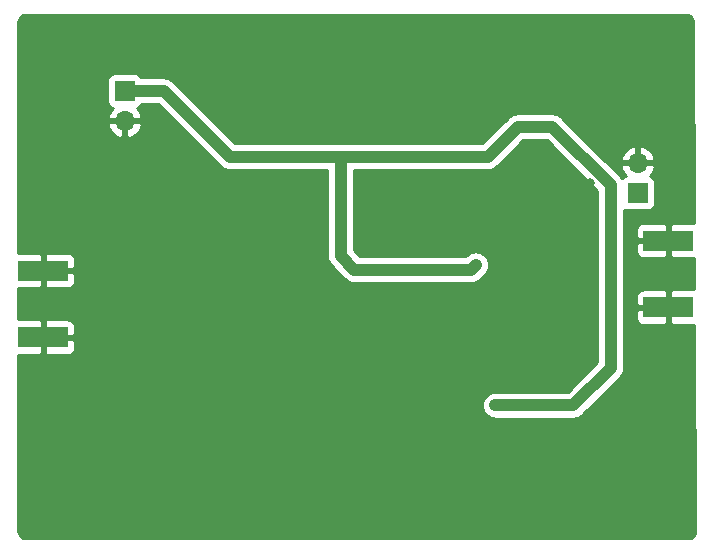
<source format=gbr>
%TF.GenerationSoftware,KiCad,Pcbnew,(5.1.9)-1*%
%TF.CreationDate,2021-02-11T15:57:47-05:00*%
%TF.ProjectId,DemodulatorCircuit,44656d6f-6475-46c6-9174-6f7243697263,rev?*%
%TF.SameCoordinates,Original*%
%TF.FileFunction,Copper,L2,Bot*%
%TF.FilePolarity,Positive*%
%FSLAX46Y46*%
G04 Gerber Fmt 4.6, Leading zero omitted, Abs format (unit mm)*
G04 Created by KiCad (PCBNEW (5.1.9)-1) date 2021-02-11 15:57:47*
%MOMM*%
%LPD*%
G01*
G04 APERTURE LIST*
%TA.AperFunction,SMDPad,CuDef*%
%ADD10R,4.200000X1.750000*%
%TD*%
%TA.AperFunction,ComponentPad*%
%ADD11O,1.700000X1.700000*%
%TD*%
%TA.AperFunction,ComponentPad*%
%ADD12R,1.700000X1.700000*%
%TD*%
%TA.AperFunction,ViaPad*%
%ADD13C,0.800000*%
%TD*%
%TA.AperFunction,Conductor*%
%ADD14C,1.000000*%
%TD*%
%TA.AperFunction,Conductor*%
%ADD15C,0.254000*%
%TD*%
%TA.AperFunction,Conductor*%
%ADD16C,0.100000*%
%TD*%
G04 APERTURE END LIST*
D10*
%TO.P,J3,3_2*%
%TO.N,GND*%
X88700000Y-45181000D03*
%TO.P,J3,2_2*%
X88700000Y-50831000D03*
%TD*%
%TO.P,J1,3_2*%
%TO.N,GND*%
X35760000Y-53371000D03*
%TO.P,J1,2_2*%
X35760000Y-47721000D03*
%TD*%
D11*
%TO.P,Jout1,2*%
%TO.N,GND*%
X86106000Y-38608000D03*
D12*
%TO.P,Jout1,1*%
%TO.N,/AudioSignalOut*%
X86106000Y-41148000D03*
%TD*%
D11*
%TO.P,J2,2*%
%TO.N,GND*%
X42672000Y-35052000D03*
D12*
%TO.P,J2,1*%
%TO.N,+5V*%
X42672000Y-32512000D03*
%TD*%
D13*
%TO.N,GND*%
X71374000Y-46228000D03*
X68834000Y-43180000D03*
X66802000Y-43180000D03*
X64262000Y-43180000D03*
X45593000Y-45656500D03*
X44513500Y-46672500D03*
X43053000Y-48387000D03*
X65786000Y-45021500D03*
X79502000Y-40195500D03*
X82042000Y-40322500D03*
X58737500Y-40703500D03*
X79057500Y-51816000D03*
X74295000Y-51689000D03*
X73787000Y-50165000D03*
X35468550Y-28374999D03*
X35468550Y-32374999D03*
X35468550Y-36374999D03*
X35468550Y-40374999D03*
X35468550Y-44374999D03*
X35468550Y-56374999D03*
X35468550Y-60374999D03*
X35468550Y-64374999D03*
X35468550Y-68374999D03*
X37468550Y-30374999D03*
X37468550Y-34374999D03*
X37468550Y-38374999D03*
X37468550Y-42374999D03*
X37468550Y-58374999D03*
X37468550Y-62374999D03*
X37468550Y-66374999D03*
X38468550Y-69374999D03*
X39468550Y-28374999D03*
X39468550Y-32374999D03*
X39468550Y-36374999D03*
X39468550Y-40374999D03*
X39468550Y-44374999D03*
X39468550Y-48374999D03*
X39468550Y-52374999D03*
X39468550Y-56374999D03*
X39468550Y-60374999D03*
X39468550Y-64374999D03*
X40468550Y-67374999D03*
X41468550Y-38374999D03*
X41468550Y-42374999D03*
X41468550Y-46374999D03*
X41468550Y-54374999D03*
X41468550Y-58374999D03*
X41468550Y-62374999D03*
X42468550Y-29374999D03*
X42468550Y-65374999D03*
X42468550Y-69374999D03*
X43468550Y-40374999D03*
X43468550Y-44374999D03*
X43468550Y-56374999D03*
X43468550Y-60374999D03*
X44468550Y-37374999D03*
X44468550Y-63374999D03*
X44468550Y-67374999D03*
X45468550Y-28374999D03*
X45468550Y-42374999D03*
X45468550Y-58374999D03*
X46468550Y-39374999D03*
X46468550Y-61374999D03*
X46468550Y-65374999D03*
X46468550Y-69374999D03*
X47468550Y-44374999D03*
X47468550Y-50374999D03*
X47468550Y-56374999D03*
X48468550Y-41374999D03*
X48468550Y-59374999D03*
X48468550Y-63374999D03*
X48468550Y-67374999D03*
X49468550Y-52374999D03*
X50468550Y-28374999D03*
X50468550Y-43374999D03*
X50468550Y-57374999D03*
X50468550Y-61374999D03*
X50468550Y-65374999D03*
X50468550Y-69374999D03*
X52468550Y-30374999D03*
X52468550Y-41374999D03*
X52468550Y-45374999D03*
X52468550Y-51374999D03*
X52468550Y-59374999D03*
X52468550Y-63374999D03*
X52468550Y-67374999D03*
X53468550Y-56374999D03*
X54468550Y-28374999D03*
X54468550Y-32374999D03*
X54468550Y-43374999D03*
X54468550Y-61374999D03*
X54468550Y-65374999D03*
X54468550Y-69374999D03*
X55468550Y-40374999D03*
X55468550Y-58374999D03*
X56468550Y-45374999D03*
X56468550Y-55374999D03*
X56468550Y-63374999D03*
X56468550Y-67374999D03*
X57468550Y-29374999D03*
X57468550Y-60374999D03*
X58468550Y-43374999D03*
X58468550Y-47374999D03*
X58468550Y-53374999D03*
X58468550Y-57374999D03*
X58468550Y-65374999D03*
X58468550Y-69374999D03*
X59468550Y-62374999D03*
X60468550Y-28374999D03*
X60468550Y-59374999D03*
X60468550Y-67374999D03*
X61468550Y-31374999D03*
X61468550Y-56374999D03*
X61468550Y-64374999D03*
X62468550Y-52374999D03*
X62468550Y-61374999D03*
X62468550Y-69374999D03*
X63468550Y-45374999D03*
X63468550Y-58374999D03*
X63468550Y-66374999D03*
X64468550Y-54374999D03*
X64468550Y-63374999D03*
X65468550Y-60374999D03*
X65468550Y-68374999D03*
X66468550Y-31374999D03*
X66468550Y-35374999D03*
X66468550Y-40374999D03*
X66468550Y-56374999D03*
X66468550Y-65374999D03*
X67468550Y-51374999D03*
X67468550Y-62374999D03*
X68468550Y-54374999D03*
X68468550Y-58374999D03*
X68468550Y-67374999D03*
X69468550Y-64374999D03*
X70468550Y-31374999D03*
X70468550Y-56374999D03*
X70468550Y-60374999D03*
X70468550Y-69374999D03*
X71468550Y-34374999D03*
X71468550Y-66374999D03*
X73468550Y-40374999D03*
X73468550Y-68374999D03*
X76468550Y-28374999D03*
X76468550Y-66374999D03*
X77468550Y-31374999D03*
X77468550Y-40374999D03*
X77468550Y-69374999D03*
X79468550Y-29374999D03*
X79468550Y-33374999D03*
X79468550Y-45374999D03*
X80468550Y-68374999D03*
X81468550Y-31374999D03*
X82468550Y-28374999D03*
X82468550Y-34374999D03*
X82468550Y-63374999D03*
X83468550Y-66374999D03*
X84468550Y-30374999D03*
X84468550Y-36374999D03*
X84468550Y-69374999D03*
X85468550Y-33374999D03*
X85468550Y-62374999D03*
X86468550Y-28374999D03*
X86468550Y-53374999D03*
X86468550Y-65374999D03*
X87468550Y-31374999D03*
X87468550Y-35374999D03*
X87468550Y-56374999D03*
X87468550Y-68374999D03*
X88468550Y-38374999D03*
X88468550Y-59374999D03*
X88468550Y-63374999D03*
X89468550Y-29374999D03*
X89468550Y-33374999D03*
X89468550Y-41374999D03*
X89468550Y-54374999D03*
X89468550Y-66374999D03*
%TO.N,+5V*%
X75946000Y-35560000D03*
X60960000Y-38100000D03*
X74041000Y-59118500D03*
X72390000Y-47244000D03*
%TD*%
D14*
%TO.N,+5V*%
X42672000Y-32512000D02*
X45974000Y-32512000D01*
X51562000Y-38100000D02*
X54800500Y-38100000D01*
X45974000Y-32512000D02*
X51562000Y-38100000D01*
X73406000Y-38100000D02*
X75946000Y-35560000D01*
X60960000Y-38100000D02*
X73406000Y-38100000D01*
X62121999Y-47643999D02*
X71990001Y-47643999D01*
X71990001Y-47643999D02*
X72390000Y-47244000D01*
X60960000Y-46482000D02*
X62121999Y-47643999D01*
X60960000Y-46482000D02*
X60960000Y-38100000D01*
X54800500Y-38100000D02*
X60960000Y-38100000D01*
X80645000Y-59118500D02*
X74041000Y-59118500D01*
X83820000Y-55943500D02*
X80645000Y-59118500D01*
X83820000Y-40513000D02*
X83820000Y-55943500D01*
X78867000Y-35560000D02*
X83820000Y-40513000D01*
X75946000Y-35560000D02*
X78867000Y-35560000D01*
%TD*%
D15*
%TO.N,GND*%
X90287869Y-26074722D02*
X90401246Y-26108953D01*
X90505819Y-26164555D01*
X90597596Y-26239407D01*
X90673091Y-26330664D01*
X90729419Y-26434844D01*
X90764440Y-26547976D01*
X90780114Y-26697107D01*
X90855119Y-43673357D01*
X90800000Y-43667928D01*
X88985750Y-43671000D01*
X88827000Y-43829750D01*
X88827000Y-45054000D01*
X88847000Y-45054000D01*
X88847000Y-45308000D01*
X88827000Y-45308000D01*
X88827000Y-46532250D01*
X88985750Y-46691000D01*
X90800000Y-46694072D01*
X90868436Y-46687332D01*
X90880093Y-49325816D01*
X90800000Y-49317928D01*
X88985750Y-49321000D01*
X88827000Y-49479750D01*
X88827000Y-50704000D01*
X88847000Y-50704000D01*
X88847000Y-50958000D01*
X88827000Y-50958000D01*
X88827000Y-52182250D01*
X88985750Y-52341000D01*
X90800000Y-52344072D01*
X90893388Y-52334874D01*
X90970358Y-69755673D01*
X90955778Y-69904369D01*
X90921547Y-70017746D01*
X90865946Y-70122317D01*
X90791094Y-70214095D01*
X90699835Y-70289591D01*
X90595660Y-70345919D01*
X90482524Y-70380940D01*
X90334479Y-70396500D01*
X34322279Y-70396500D01*
X34172131Y-70381778D01*
X34058754Y-70347547D01*
X33954183Y-70291946D01*
X33862405Y-70217094D01*
X33786909Y-70125835D01*
X33730581Y-70021660D01*
X33695560Y-69908524D01*
X33680000Y-69760479D01*
X33680000Y-54884038D01*
X35474250Y-54881000D01*
X35633000Y-54722250D01*
X35633000Y-53498000D01*
X35887000Y-53498000D01*
X35887000Y-54722250D01*
X36045750Y-54881000D01*
X37860000Y-54884072D01*
X37984482Y-54871812D01*
X38104180Y-54835502D01*
X38214494Y-54776537D01*
X38311185Y-54697185D01*
X38390537Y-54600494D01*
X38449502Y-54490180D01*
X38485812Y-54370482D01*
X38498072Y-54246000D01*
X38495000Y-53656750D01*
X38336250Y-53498000D01*
X35887000Y-53498000D01*
X35633000Y-53498000D01*
X35613000Y-53498000D01*
X35613000Y-53244000D01*
X35633000Y-53244000D01*
X35633000Y-52019750D01*
X35887000Y-52019750D01*
X35887000Y-53244000D01*
X38336250Y-53244000D01*
X38495000Y-53085250D01*
X38498072Y-52496000D01*
X38485812Y-52371518D01*
X38449502Y-52251820D01*
X38390537Y-52141506D01*
X38311185Y-52044815D01*
X38214494Y-51965463D01*
X38104180Y-51906498D01*
X37984482Y-51870188D01*
X37860000Y-51857928D01*
X36045750Y-51861000D01*
X35887000Y-52019750D01*
X35633000Y-52019750D01*
X35474250Y-51861000D01*
X33680000Y-51857962D01*
X33680000Y-49234038D01*
X35474250Y-49231000D01*
X35633000Y-49072250D01*
X35633000Y-47848000D01*
X35887000Y-47848000D01*
X35887000Y-49072250D01*
X36045750Y-49231000D01*
X37860000Y-49234072D01*
X37984482Y-49221812D01*
X38104180Y-49185502D01*
X38214494Y-49126537D01*
X38311185Y-49047185D01*
X38390537Y-48950494D01*
X38449502Y-48840180D01*
X38485812Y-48720482D01*
X38498072Y-48596000D01*
X38495000Y-48006750D01*
X38336250Y-47848000D01*
X35887000Y-47848000D01*
X35633000Y-47848000D01*
X35613000Y-47848000D01*
X35613000Y-47594000D01*
X35633000Y-47594000D01*
X35633000Y-46369750D01*
X35887000Y-46369750D01*
X35887000Y-47594000D01*
X38336250Y-47594000D01*
X38495000Y-47435250D01*
X38498072Y-46846000D01*
X38485812Y-46721518D01*
X38449502Y-46601820D01*
X38390537Y-46491506D01*
X38311185Y-46394815D01*
X38214494Y-46315463D01*
X38104180Y-46256498D01*
X37984482Y-46220188D01*
X37860000Y-46207928D01*
X36045750Y-46211000D01*
X35887000Y-46369750D01*
X35633000Y-46369750D01*
X35474250Y-46211000D01*
X33680000Y-46207962D01*
X33680000Y-35408890D01*
X41230524Y-35408890D01*
X41275175Y-35556099D01*
X41400359Y-35818920D01*
X41574412Y-36052269D01*
X41790645Y-36247178D01*
X42040748Y-36396157D01*
X42315109Y-36493481D01*
X42545000Y-36372814D01*
X42545000Y-35179000D01*
X42799000Y-35179000D01*
X42799000Y-36372814D01*
X43028891Y-36493481D01*
X43303252Y-36396157D01*
X43553355Y-36247178D01*
X43769588Y-36052269D01*
X43943641Y-35818920D01*
X44068825Y-35556099D01*
X44113476Y-35408890D01*
X43992155Y-35179000D01*
X42799000Y-35179000D01*
X42545000Y-35179000D01*
X41351845Y-35179000D01*
X41230524Y-35408890D01*
X33680000Y-35408890D01*
X33680000Y-31662000D01*
X41183928Y-31662000D01*
X41183928Y-33362000D01*
X41196188Y-33486482D01*
X41232498Y-33606180D01*
X41291463Y-33716494D01*
X41370815Y-33813185D01*
X41467506Y-33892537D01*
X41577820Y-33951502D01*
X41658466Y-33975966D01*
X41574412Y-34051731D01*
X41400359Y-34285080D01*
X41275175Y-34547901D01*
X41230524Y-34695110D01*
X41351845Y-34925000D01*
X42545000Y-34925000D01*
X42545000Y-34905000D01*
X42799000Y-34905000D01*
X42799000Y-34925000D01*
X43992155Y-34925000D01*
X44113476Y-34695110D01*
X44068825Y-34547901D01*
X43943641Y-34285080D01*
X43769588Y-34051731D01*
X43685534Y-33975966D01*
X43766180Y-33951502D01*
X43876494Y-33892537D01*
X43973185Y-33813185D01*
X44052537Y-33716494D01*
X44089683Y-33647000D01*
X45503869Y-33647000D01*
X50720009Y-38863141D01*
X50755551Y-38906449D01*
X50928377Y-39048284D01*
X51125553Y-39153676D01*
X51339501Y-39218577D01*
X51506248Y-39235000D01*
X51506257Y-39235000D01*
X51561999Y-39240490D01*
X51617741Y-39235000D01*
X59825001Y-39235000D01*
X59825000Y-46426248D01*
X59819509Y-46482000D01*
X59825000Y-46537751D01*
X59841423Y-46704498D01*
X59906324Y-46918446D01*
X60011716Y-47115623D01*
X60153551Y-47288449D01*
X60196864Y-47323996D01*
X61280007Y-48407139D01*
X61315550Y-48450448D01*
X61488375Y-48592282D01*
X61488376Y-48592283D01*
X61685552Y-48697675D01*
X61899500Y-48762576D01*
X62121999Y-48784490D01*
X62177751Y-48778999D01*
X71934250Y-48778999D01*
X71990001Y-48784490D01*
X72045752Y-48778999D01*
X72045753Y-48778999D01*
X72212500Y-48762576D01*
X72426448Y-48697675D01*
X72623624Y-48592283D01*
X72796450Y-48450448D01*
X72831997Y-48407134D01*
X73231988Y-48007143D01*
X73338283Y-47877622D01*
X73443676Y-47680446D01*
X73508577Y-47466499D01*
X73530491Y-47244001D01*
X73508577Y-47021502D01*
X73443676Y-46807554D01*
X73338283Y-46610378D01*
X73196448Y-46437552D01*
X73023622Y-46295717D01*
X72826446Y-46190324D01*
X72612498Y-46125423D01*
X72389999Y-46103509D01*
X72167501Y-46125423D01*
X71953554Y-46190324D01*
X71756378Y-46295717D01*
X71626857Y-46402012D01*
X71519870Y-46508999D01*
X62592131Y-46508999D01*
X62095000Y-46011869D01*
X62095000Y-39235000D01*
X73350249Y-39235000D01*
X73406000Y-39240491D01*
X73461751Y-39235000D01*
X73461752Y-39235000D01*
X73628499Y-39218577D01*
X73842447Y-39153676D01*
X74039623Y-39048284D01*
X74212449Y-38906449D01*
X74247996Y-38863135D01*
X76416132Y-36695000D01*
X78396869Y-36695000D01*
X82685000Y-40983132D01*
X82685001Y-55473367D01*
X80174869Y-57983500D01*
X73985248Y-57983500D01*
X73818501Y-57999923D01*
X73604553Y-58064824D01*
X73407377Y-58170216D01*
X73234551Y-58312051D01*
X73092716Y-58484877D01*
X72987324Y-58682053D01*
X72922423Y-58896001D01*
X72900509Y-59118500D01*
X72922423Y-59340999D01*
X72987324Y-59554947D01*
X73092716Y-59752123D01*
X73234551Y-59924949D01*
X73407377Y-60066784D01*
X73604553Y-60172176D01*
X73818501Y-60237077D01*
X73985248Y-60253500D01*
X80589249Y-60253500D01*
X80645000Y-60258991D01*
X80700751Y-60253500D01*
X80700752Y-60253500D01*
X80867499Y-60237077D01*
X81081447Y-60172176D01*
X81278623Y-60066784D01*
X81451449Y-59924949D01*
X81486996Y-59881635D01*
X84583141Y-56785491D01*
X84626449Y-56749949D01*
X84768284Y-56577123D01*
X84873676Y-56379947D01*
X84938577Y-56165999D01*
X84955000Y-55999252D01*
X84960491Y-55943501D01*
X84955000Y-55887749D01*
X84955000Y-51706000D01*
X85961928Y-51706000D01*
X85974188Y-51830482D01*
X86010498Y-51950180D01*
X86069463Y-52060494D01*
X86148815Y-52157185D01*
X86245506Y-52236537D01*
X86355820Y-52295502D01*
X86475518Y-52331812D01*
X86600000Y-52344072D01*
X88414250Y-52341000D01*
X88573000Y-52182250D01*
X88573000Y-50958000D01*
X86123750Y-50958000D01*
X85965000Y-51116750D01*
X85961928Y-51706000D01*
X84955000Y-51706000D01*
X84955000Y-49956000D01*
X85961928Y-49956000D01*
X85965000Y-50545250D01*
X86123750Y-50704000D01*
X88573000Y-50704000D01*
X88573000Y-49479750D01*
X88414250Y-49321000D01*
X86600000Y-49317928D01*
X86475518Y-49330188D01*
X86355820Y-49366498D01*
X86245506Y-49425463D01*
X86148815Y-49504815D01*
X86069463Y-49601506D01*
X86010498Y-49711820D01*
X85974188Y-49831518D01*
X85961928Y-49956000D01*
X84955000Y-49956000D01*
X84955000Y-46056000D01*
X85961928Y-46056000D01*
X85974188Y-46180482D01*
X86010498Y-46300180D01*
X86069463Y-46410494D01*
X86148815Y-46507185D01*
X86245506Y-46586537D01*
X86355820Y-46645502D01*
X86475518Y-46681812D01*
X86600000Y-46694072D01*
X88414250Y-46691000D01*
X88573000Y-46532250D01*
X88573000Y-45308000D01*
X86123750Y-45308000D01*
X85965000Y-45466750D01*
X85961928Y-46056000D01*
X84955000Y-46056000D01*
X84955000Y-44306000D01*
X85961928Y-44306000D01*
X85965000Y-44895250D01*
X86123750Y-45054000D01*
X88573000Y-45054000D01*
X88573000Y-43829750D01*
X88414250Y-43671000D01*
X86600000Y-43667928D01*
X86475518Y-43680188D01*
X86355820Y-43716498D01*
X86245506Y-43775463D01*
X86148815Y-43854815D01*
X86069463Y-43951506D01*
X86010498Y-44061820D01*
X85974188Y-44181518D01*
X85961928Y-44306000D01*
X84955000Y-44306000D01*
X84955000Y-42557131D01*
X85011820Y-42587502D01*
X85131518Y-42623812D01*
X85256000Y-42636072D01*
X86956000Y-42636072D01*
X87080482Y-42623812D01*
X87200180Y-42587502D01*
X87310494Y-42528537D01*
X87407185Y-42449185D01*
X87486537Y-42352494D01*
X87545502Y-42242180D01*
X87581812Y-42122482D01*
X87594072Y-41998000D01*
X87594072Y-40298000D01*
X87581812Y-40173518D01*
X87545502Y-40053820D01*
X87486537Y-39943506D01*
X87407185Y-39846815D01*
X87310494Y-39767463D01*
X87200180Y-39708498D01*
X87119534Y-39684034D01*
X87203588Y-39608269D01*
X87377641Y-39374920D01*
X87502825Y-39112099D01*
X87547476Y-38964890D01*
X87426155Y-38735000D01*
X86233000Y-38735000D01*
X86233000Y-38755000D01*
X85979000Y-38755000D01*
X85979000Y-38735000D01*
X84785845Y-38735000D01*
X84664524Y-38964890D01*
X84709175Y-39112099D01*
X84834359Y-39374920D01*
X85008412Y-39608269D01*
X85092466Y-39684034D01*
X85011820Y-39708498D01*
X84901506Y-39767463D01*
X84804815Y-39846815D01*
X84772152Y-39886615D01*
X84768284Y-39879377D01*
X84676438Y-39767463D01*
X84626449Y-39706551D01*
X84583141Y-39671009D01*
X83163242Y-38251110D01*
X84664524Y-38251110D01*
X84785845Y-38481000D01*
X85979000Y-38481000D01*
X85979000Y-37287186D01*
X86233000Y-37287186D01*
X86233000Y-38481000D01*
X87426155Y-38481000D01*
X87547476Y-38251110D01*
X87502825Y-38103901D01*
X87377641Y-37841080D01*
X87203588Y-37607731D01*
X86987355Y-37412822D01*
X86737252Y-37263843D01*
X86462891Y-37166519D01*
X86233000Y-37287186D01*
X85979000Y-37287186D01*
X85749109Y-37166519D01*
X85474748Y-37263843D01*
X85224645Y-37412822D01*
X85008412Y-37607731D01*
X84834359Y-37841080D01*
X84709175Y-38103901D01*
X84664524Y-38251110D01*
X83163242Y-38251110D01*
X79708996Y-34796865D01*
X79673449Y-34753551D01*
X79500623Y-34611716D01*
X79303447Y-34506324D01*
X79089499Y-34441423D01*
X78922752Y-34425000D01*
X78922751Y-34425000D01*
X78867000Y-34419509D01*
X78811249Y-34425000D01*
X76001741Y-34425000D01*
X75945999Y-34419510D01*
X75890257Y-34425000D01*
X75890248Y-34425000D01*
X75723501Y-34441423D01*
X75509553Y-34506324D01*
X75312377Y-34611716D01*
X75139551Y-34753551D01*
X75104009Y-34796859D01*
X72935869Y-36965000D01*
X61015752Y-36965000D01*
X60960000Y-36959509D01*
X60904249Y-36965000D01*
X52032132Y-36965000D01*
X46815996Y-31748865D01*
X46780449Y-31705551D01*
X46607623Y-31563716D01*
X46410447Y-31458324D01*
X46196499Y-31393423D01*
X46029752Y-31377000D01*
X46029751Y-31377000D01*
X45974000Y-31371509D01*
X45918249Y-31377000D01*
X44089683Y-31377000D01*
X44052537Y-31307506D01*
X43973185Y-31210815D01*
X43876494Y-31131463D01*
X43766180Y-31072498D01*
X43646482Y-31036188D01*
X43522000Y-31023928D01*
X41822000Y-31023928D01*
X41697518Y-31036188D01*
X41577820Y-31072498D01*
X41467506Y-31131463D01*
X41370815Y-31210815D01*
X41291463Y-31307506D01*
X41232498Y-31417820D01*
X41196188Y-31537518D01*
X41183928Y-31662000D01*
X33680000Y-31662000D01*
X33680000Y-26702279D01*
X33694722Y-26552131D01*
X33728953Y-26438754D01*
X33784555Y-26334181D01*
X33859407Y-26242404D01*
X33950664Y-26166909D01*
X34054844Y-26110581D01*
X34167976Y-26075560D01*
X34316022Y-26060000D01*
X90137721Y-26060000D01*
X90287869Y-26074722D01*
%TA.AperFunction,Conductor*%
D16*
G36*
X90287869Y-26074722D02*
G01*
X90401246Y-26108953D01*
X90505819Y-26164555D01*
X90597596Y-26239407D01*
X90673091Y-26330664D01*
X90729419Y-26434844D01*
X90764440Y-26547976D01*
X90780114Y-26697107D01*
X90855119Y-43673357D01*
X90800000Y-43667928D01*
X88985750Y-43671000D01*
X88827000Y-43829750D01*
X88827000Y-45054000D01*
X88847000Y-45054000D01*
X88847000Y-45308000D01*
X88827000Y-45308000D01*
X88827000Y-46532250D01*
X88985750Y-46691000D01*
X90800000Y-46694072D01*
X90868436Y-46687332D01*
X90880093Y-49325816D01*
X90800000Y-49317928D01*
X88985750Y-49321000D01*
X88827000Y-49479750D01*
X88827000Y-50704000D01*
X88847000Y-50704000D01*
X88847000Y-50958000D01*
X88827000Y-50958000D01*
X88827000Y-52182250D01*
X88985750Y-52341000D01*
X90800000Y-52344072D01*
X90893388Y-52334874D01*
X90970358Y-69755673D01*
X90955778Y-69904369D01*
X90921547Y-70017746D01*
X90865946Y-70122317D01*
X90791094Y-70214095D01*
X90699835Y-70289591D01*
X90595660Y-70345919D01*
X90482524Y-70380940D01*
X90334479Y-70396500D01*
X34322279Y-70396500D01*
X34172131Y-70381778D01*
X34058754Y-70347547D01*
X33954183Y-70291946D01*
X33862405Y-70217094D01*
X33786909Y-70125835D01*
X33730581Y-70021660D01*
X33695560Y-69908524D01*
X33680000Y-69760479D01*
X33680000Y-54884038D01*
X35474250Y-54881000D01*
X35633000Y-54722250D01*
X35633000Y-53498000D01*
X35887000Y-53498000D01*
X35887000Y-54722250D01*
X36045750Y-54881000D01*
X37860000Y-54884072D01*
X37984482Y-54871812D01*
X38104180Y-54835502D01*
X38214494Y-54776537D01*
X38311185Y-54697185D01*
X38390537Y-54600494D01*
X38449502Y-54490180D01*
X38485812Y-54370482D01*
X38498072Y-54246000D01*
X38495000Y-53656750D01*
X38336250Y-53498000D01*
X35887000Y-53498000D01*
X35633000Y-53498000D01*
X35613000Y-53498000D01*
X35613000Y-53244000D01*
X35633000Y-53244000D01*
X35633000Y-52019750D01*
X35887000Y-52019750D01*
X35887000Y-53244000D01*
X38336250Y-53244000D01*
X38495000Y-53085250D01*
X38498072Y-52496000D01*
X38485812Y-52371518D01*
X38449502Y-52251820D01*
X38390537Y-52141506D01*
X38311185Y-52044815D01*
X38214494Y-51965463D01*
X38104180Y-51906498D01*
X37984482Y-51870188D01*
X37860000Y-51857928D01*
X36045750Y-51861000D01*
X35887000Y-52019750D01*
X35633000Y-52019750D01*
X35474250Y-51861000D01*
X33680000Y-51857962D01*
X33680000Y-49234038D01*
X35474250Y-49231000D01*
X35633000Y-49072250D01*
X35633000Y-47848000D01*
X35887000Y-47848000D01*
X35887000Y-49072250D01*
X36045750Y-49231000D01*
X37860000Y-49234072D01*
X37984482Y-49221812D01*
X38104180Y-49185502D01*
X38214494Y-49126537D01*
X38311185Y-49047185D01*
X38390537Y-48950494D01*
X38449502Y-48840180D01*
X38485812Y-48720482D01*
X38498072Y-48596000D01*
X38495000Y-48006750D01*
X38336250Y-47848000D01*
X35887000Y-47848000D01*
X35633000Y-47848000D01*
X35613000Y-47848000D01*
X35613000Y-47594000D01*
X35633000Y-47594000D01*
X35633000Y-46369750D01*
X35887000Y-46369750D01*
X35887000Y-47594000D01*
X38336250Y-47594000D01*
X38495000Y-47435250D01*
X38498072Y-46846000D01*
X38485812Y-46721518D01*
X38449502Y-46601820D01*
X38390537Y-46491506D01*
X38311185Y-46394815D01*
X38214494Y-46315463D01*
X38104180Y-46256498D01*
X37984482Y-46220188D01*
X37860000Y-46207928D01*
X36045750Y-46211000D01*
X35887000Y-46369750D01*
X35633000Y-46369750D01*
X35474250Y-46211000D01*
X33680000Y-46207962D01*
X33680000Y-35408890D01*
X41230524Y-35408890D01*
X41275175Y-35556099D01*
X41400359Y-35818920D01*
X41574412Y-36052269D01*
X41790645Y-36247178D01*
X42040748Y-36396157D01*
X42315109Y-36493481D01*
X42545000Y-36372814D01*
X42545000Y-35179000D01*
X42799000Y-35179000D01*
X42799000Y-36372814D01*
X43028891Y-36493481D01*
X43303252Y-36396157D01*
X43553355Y-36247178D01*
X43769588Y-36052269D01*
X43943641Y-35818920D01*
X44068825Y-35556099D01*
X44113476Y-35408890D01*
X43992155Y-35179000D01*
X42799000Y-35179000D01*
X42545000Y-35179000D01*
X41351845Y-35179000D01*
X41230524Y-35408890D01*
X33680000Y-35408890D01*
X33680000Y-31662000D01*
X41183928Y-31662000D01*
X41183928Y-33362000D01*
X41196188Y-33486482D01*
X41232498Y-33606180D01*
X41291463Y-33716494D01*
X41370815Y-33813185D01*
X41467506Y-33892537D01*
X41577820Y-33951502D01*
X41658466Y-33975966D01*
X41574412Y-34051731D01*
X41400359Y-34285080D01*
X41275175Y-34547901D01*
X41230524Y-34695110D01*
X41351845Y-34925000D01*
X42545000Y-34925000D01*
X42545000Y-34905000D01*
X42799000Y-34905000D01*
X42799000Y-34925000D01*
X43992155Y-34925000D01*
X44113476Y-34695110D01*
X44068825Y-34547901D01*
X43943641Y-34285080D01*
X43769588Y-34051731D01*
X43685534Y-33975966D01*
X43766180Y-33951502D01*
X43876494Y-33892537D01*
X43973185Y-33813185D01*
X44052537Y-33716494D01*
X44089683Y-33647000D01*
X45503869Y-33647000D01*
X50720009Y-38863141D01*
X50755551Y-38906449D01*
X50928377Y-39048284D01*
X51125553Y-39153676D01*
X51339501Y-39218577D01*
X51506248Y-39235000D01*
X51506257Y-39235000D01*
X51561999Y-39240490D01*
X51617741Y-39235000D01*
X59825001Y-39235000D01*
X59825000Y-46426248D01*
X59819509Y-46482000D01*
X59825000Y-46537751D01*
X59841423Y-46704498D01*
X59906324Y-46918446D01*
X60011716Y-47115623D01*
X60153551Y-47288449D01*
X60196864Y-47323996D01*
X61280007Y-48407139D01*
X61315550Y-48450448D01*
X61488375Y-48592282D01*
X61488376Y-48592283D01*
X61685552Y-48697675D01*
X61899500Y-48762576D01*
X62121999Y-48784490D01*
X62177751Y-48778999D01*
X71934250Y-48778999D01*
X71990001Y-48784490D01*
X72045752Y-48778999D01*
X72045753Y-48778999D01*
X72212500Y-48762576D01*
X72426448Y-48697675D01*
X72623624Y-48592283D01*
X72796450Y-48450448D01*
X72831997Y-48407134D01*
X73231988Y-48007143D01*
X73338283Y-47877622D01*
X73443676Y-47680446D01*
X73508577Y-47466499D01*
X73530491Y-47244001D01*
X73508577Y-47021502D01*
X73443676Y-46807554D01*
X73338283Y-46610378D01*
X73196448Y-46437552D01*
X73023622Y-46295717D01*
X72826446Y-46190324D01*
X72612498Y-46125423D01*
X72389999Y-46103509D01*
X72167501Y-46125423D01*
X71953554Y-46190324D01*
X71756378Y-46295717D01*
X71626857Y-46402012D01*
X71519870Y-46508999D01*
X62592131Y-46508999D01*
X62095000Y-46011869D01*
X62095000Y-39235000D01*
X73350249Y-39235000D01*
X73406000Y-39240491D01*
X73461751Y-39235000D01*
X73461752Y-39235000D01*
X73628499Y-39218577D01*
X73842447Y-39153676D01*
X74039623Y-39048284D01*
X74212449Y-38906449D01*
X74247996Y-38863135D01*
X76416132Y-36695000D01*
X78396869Y-36695000D01*
X82685000Y-40983132D01*
X82685001Y-55473367D01*
X80174869Y-57983500D01*
X73985248Y-57983500D01*
X73818501Y-57999923D01*
X73604553Y-58064824D01*
X73407377Y-58170216D01*
X73234551Y-58312051D01*
X73092716Y-58484877D01*
X72987324Y-58682053D01*
X72922423Y-58896001D01*
X72900509Y-59118500D01*
X72922423Y-59340999D01*
X72987324Y-59554947D01*
X73092716Y-59752123D01*
X73234551Y-59924949D01*
X73407377Y-60066784D01*
X73604553Y-60172176D01*
X73818501Y-60237077D01*
X73985248Y-60253500D01*
X80589249Y-60253500D01*
X80645000Y-60258991D01*
X80700751Y-60253500D01*
X80700752Y-60253500D01*
X80867499Y-60237077D01*
X81081447Y-60172176D01*
X81278623Y-60066784D01*
X81451449Y-59924949D01*
X81486996Y-59881635D01*
X84583141Y-56785491D01*
X84626449Y-56749949D01*
X84768284Y-56577123D01*
X84873676Y-56379947D01*
X84938577Y-56165999D01*
X84955000Y-55999252D01*
X84960491Y-55943501D01*
X84955000Y-55887749D01*
X84955000Y-51706000D01*
X85961928Y-51706000D01*
X85974188Y-51830482D01*
X86010498Y-51950180D01*
X86069463Y-52060494D01*
X86148815Y-52157185D01*
X86245506Y-52236537D01*
X86355820Y-52295502D01*
X86475518Y-52331812D01*
X86600000Y-52344072D01*
X88414250Y-52341000D01*
X88573000Y-52182250D01*
X88573000Y-50958000D01*
X86123750Y-50958000D01*
X85965000Y-51116750D01*
X85961928Y-51706000D01*
X84955000Y-51706000D01*
X84955000Y-49956000D01*
X85961928Y-49956000D01*
X85965000Y-50545250D01*
X86123750Y-50704000D01*
X88573000Y-50704000D01*
X88573000Y-49479750D01*
X88414250Y-49321000D01*
X86600000Y-49317928D01*
X86475518Y-49330188D01*
X86355820Y-49366498D01*
X86245506Y-49425463D01*
X86148815Y-49504815D01*
X86069463Y-49601506D01*
X86010498Y-49711820D01*
X85974188Y-49831518D01*
X85961928Y-49956000D01*
X84955000Y-49956000D01*
X84955000Y-46056000D01*
X85961928Y-46056000D01*
X85974188Y-46180482D01*
X86010498Y-46300180D01*
X86069463Y-46410494D01*
X86148815Y-46507185D01*
X86245506Y-46586537D01*
X86355820Y-46645502D01*
X86475518Y-46681812D01*
X86600000Y-46694072D01*
X88414250Y-46691000D01*
X88573000Y-46532250D01*
X88573000Y-45308000D01*
X86123750Y-45308000D01*
X85965000Y-45466750D01*
X85961928Y-46056000D01*
X84955000Y-46056000D01*
X84955000Y-44306000D01*
X85961928Y-44306000D01*
X85965000Y-44895250D01*
X86123750Y-45054000D01*
X88573000Y-45054000D01*
X88573000Y-43829750D01*
X88414250Y-43671000D01*
X86600000Y-43667928D01*
X86475518Y-43680188D01*
X86355820Y-43716498D01*
X86245506Y-43775463D01*
X86148815Y-43854815D01*
X86069463Y-43951506D01*
X86010498Y-44061820D01*
X85974188Y-44181518D01*
X85961928Y-44306000D01*
X84955000Y-44306000D01*
X84955000Y-42557131D01*
X85011820Y-42587502D01*
X85131518Y-42623812D01*
X85256000Y-42636072D01*
X86956000Y-42636072D01*
X87080482Y-42623812D01*
X87200180Y-42587502D01*
X87310494Y-42528537D01*
X87407185Y-42449185D01*
X87486537Y-42352494D01*
X87545502Y-42242180D01*
X87581812Y-42122482D01*
X87594072Y-41998000D01*
X87594072Y-40298000D01*
X87581812Y-40173518D01*
X87545502Y-40053820D01*
X87486537Y-39943506D01*
X87407185Y-39846815D01*
X87310494Y-39767463D01*
X87200180Y-39708498D01*
X87119534Y-39684034D01*
X87203588Y-39608269D01*
X87377641Y-39374920D01*
X87502825Y-39112099D01*
X87547476Y-38964890D01*
X87426155Y-38735000D01*
X86233000Y-38735000D01*
X86233000Y-38755000D01*
X85979000Y-38755000D01*
X85979000Y-38735000D01*
X84785845Y-38735000D01*
X84664524Y-38964890D01*
X84709175Y-39112099D01*
X84834359Y-39374920D01*
X85008412Y-39608269D01*
X85092466Y-39684034D01*
X85011820Y-39708498D01*
X84901506Y-39767463D01*
X84804815Y-39846815D01*
X84772152Y-39886615D01*
X84768284Y-39879377D01*
X84676438Y-39767463D01*
X84626449Y-39706551D01*
X84583141Y-39671009D01*
X83163242Y-38251110D01*
X84664524Y-38251110D01*
X84785845Y-38481000D01*
X85979000Y-38481000D01*
X85979000Y-37287186D01*
X86233000Y-37287186D01*
X86233000Y-38481000D01*
X87426155Y-38481000D01*
X87547476Y-38251110D01*
X87502825Y-38103901D01*
X87377641Y-37841080D01*
X87203588Y-37607731D01*
X86987355Y-37412822D01*
X86737252Y-37263843D01*
X86462891Y-37166519D01*
X86233000Y-37287186D01*
X85979000Y-37287186D01*
X85749109Y-37166519D01*
X85474748Y-37263843D01*
X85224645Y-37412822D01*
X85008412Y-37607731D01*
X84834359Y-37841080D01*
X84709175Y-38103901D01*
X84664524Y-38251110D01*
X83163242Y-38251110D01*
X79708996Y-34796865D01*
X79673449Y-34753551D01*
X79500623Y-34611716D01*
X79303447Y-34506324D01*
X79089499Y-34441423D01*
X78922752Y-34425000D01*
X78922751Y-34425000D01*
X78867000Y-34419509D01*
X78811249Y-34425000D01*
X76001741Y-34425000D01*
X75945999Y-34419510D01*
X75890257Y-34425000D01*
X75890248Y-34425000D01*
X75723501Y-34441423D01*
X75509553Y-34506324D01*
X75312377Y-34611716D01*
X75139551Y-34753551D01*
X75104009Y-34796859D01*
X72935869Y-36965000D01*
X61015752Y-36965000D01*
X60960000Y-36959509D01*
X60904249Y-36965000D01*
X52032132Y-36965000D01*
X46815996Y-31748865D01*
X46780449Y-31705551D01*
X46607623Y-31563716D01*
X46410447Y-31458324D01*
X46196499Y-31393423D01*
X46029752Y-31377000D01*
X46029751Y-31377000D01*
X45974000Y-31371509D01*
X45918249Y-31377000D01*
X44089683Y-31377000D01*
X44052537Y-31307506D01*
X43973185Y-31210815D01*
X43876494Y-31131463D01*
X43766180Y-31072498D01*
X43646482Y-31036188D01*
X43522000Y-31023928D01*
X41822000Y-31023928D01*
X41697518Y-31036188D01*
X41577820Y-31072498D01*
X41467506Y-31131463D01*
X41370815Y-31210815D01*
X41291463Y-31307506D01*
X41232498Y-31417820D01*
X41196188Y-31537518D01*
X41183928Y-31662000D01*
X33680000Y-31662000D01*
X33680000Y-26702279D01*
X33694722Y-26552131D01*
X33728953Y-26438754D01*
X33784555Y-26334181D01*
X33859407Y-26242404D01*
X33950664Y-26166909D01*
X34054844Y-26110581D01*
X34167976Y-26075560D01*
X34316022Y-26060000D01*
X90137721Y-26060000D01*
X90287869Y-26074722D01*
G37*
%TD.AperFunction*%
%TD*%
M02*

</source>
